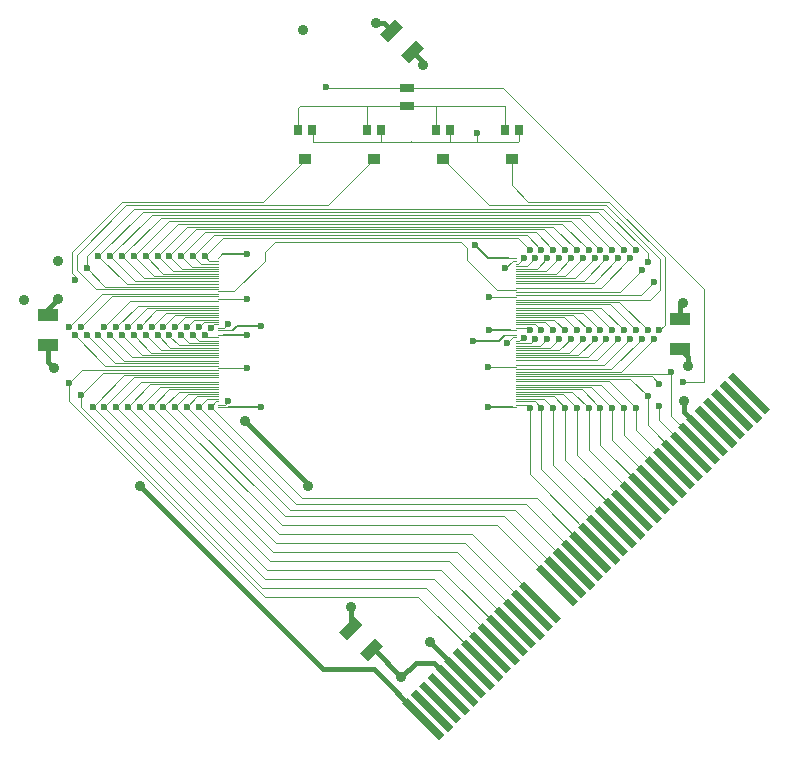
<source format=gtl>
G04 (created by PCBNEW-RS274X (2012-01-19 BZR 3256)-stable) date Wed Aug 28 15:53:45 2013*
G01*
G70*
G90*
%MOIN*%
G04 Gerber Fmt 3.4, Leading zero omitted, Abs format*
%FSLAX34Y34*%
G04 APERTURE LIST*
%ADD10C,0.006000*%
%ADD11R,0.011800X0.004000*%
%ADD12R,0.070900X0.039400*%
%ADD13R,0.039400X0.035400*%
%ADD14R,0.025600X0.035400*%
%ADD15R,0.045000X0.025000*%
%ADD16C,0.023600*%
%ADD17C,0.035000*%
%ADD18C,0.004000*%
%ADD19C,0.016000*%
%ADD20C,0.008000*%
G04 APERTURE END LIST*
G54D10*
G36*
X61397Y-32834D02*
X60158Y-31595D01*
X60327Y-31426D01*
X61566Y-32665D01*
X61397Y-32834D01*
X61397Y-32834D01*
G37*
G36*
X61675Y-32556D02*
X60436Y-31317D01*
X60605Y-31148D01*
X61844Y-32387D01*
X61675Y-32556D01*
X61675Y-32556D01*
G37*
G36*
X65851Y-28380D02*
X64612Y-27141D01*
X64781Y-26972D01*
X66020Y-28211D01*
X65851Y-28380D01*
X65851Y-28380D01*
G37*
G36*
X65573Y-28658D02*
X64334Y-27419D01*
X64503Y-27250D01*
X65742Y-28489D01*
X65573Y-28658D01*
X65573Y-28658D01*
G37*
G36*
X65295Y-28936D02*
X64056Y-27697D01*
X64225Y-27528D01*
X65464Y-28767D01*
X65295Y-28936D01*
X65295Y-28936D01*
G37*
G36*
X65016Y-29215D02*
X63777Y-27976D01*
X63946Y-27807D01*
X65185Y-29046D01*
X65016Y-29215D01*
X65016Y-29215D01*
G37*
G36*
X64738Y-29493D02*
X63499Y-28254D01*
X63668Y-28085D01*
X64907Y-29324D01*
X64738Y-29493D01*
X64738Y-29493D01*
G37*
G36*
X64180Y-30051D02*
X62941Y-28812D01*
X63110Y-28643D01*
X64349Y-29882D01*
X64180Y-30051D01*
X64180Y-30051D01*
G37*
G36*
X63903Y-30328D02*
X62664Y-29089D01*
X62833Y-28920D01*
X64072Y-30159D01*
X63903Y-30328D01*
X63903Y-30328D01*
G37*
G36*
X63624Y-30607D02*
X62385Y-29368D01*
X62554Y-29199D01*
X63793Y-30438D01*
X63624Y-30607D01*
X63624Y-30607D01*
G37*
G36*
X63345Y-30886D02*
X62106Y-29647D01*
X62275Y-29478D01*
X63514Y-30717D01*
X63345Y-30886D01*
X63345Y-30886D01*
G37*
G36*
X63067Y-31164D02*
X61828Y-29925D01*
X61997Y-29756D01*
X63236Y-30995D01*
X63067Y-31164D01*
X63067Y-31164D01*
G37*
G36*
X69470Y-24761D02*
X68231Y-23522D01*
X68400Y-23353D01*
X69639Y-24592D01*
X69470Y-24761D01*
X69470Y-24761D01*
G37*
G36*
X62789Y-31442D02*
X61550Y-30203D01*
X61719Y-30034D01*
X62958Y-31273D01*
X62789Y-31442D01*
X62789Y-31442D01*
G37*
G36*
X62510Y-31721D02*
X61271Y-30482D01*
X61440Y-30313D01*
X62679Y-31552D01*
X62510Y-31721D01*
X62510Y-31721D01*
G37*
G36*
X62232Y-31999D02*
X60993Y-30760D01*
X61162Y-30591D01*
X62401Y-31830D01*
X62232Y-31999D01*
X62232Y-31999D01*
G37*
G36*
X69192Y-25039D02*
X67953Y-23800D01*
X68122Y-23631D01*
X69361Y-24870D01*
X69192Y-25039D01*
X69192Y-25039D01*
G37*
G36*
X68913Y-25318D02*
X67674Y-24079D01*
X67843Y-23910D01*
X69082Y-25149D01*
X68913Y-25318D01*
X68913Y-25318D01*
G37*
G36*
X68635Y-25596D02*
X67396Y-24357D01*
X67565Y-24188D01*
X68804Y-25427D01*
X68635Y-25596D01*
X68635Y-25596D01*
G37*
G36*
X68357Y-25874D02*
X67118Y-24635D01*
X67287Y-24466D01*
X68526Y-25705D01*
X68357Y-25874D01*
X68357Y-25874D01*
G37*
G36*
X68078Y-26153D02*
X66839Y-24914D01*
X67008Y-24745D01*
X68247Y-25984D01*
X68078Y-26153D01*
X68078Y-26153D01*
G37*
G36*
X67800Y-26431D02*
X66561Y-25192D01*
X66730Y-25023D01*
X67969Y-26262D01*
X67800Y-26431D01*
X67800Y-26431D01*
G37*
G36*
X67521Y-26710D02*
X66282Y-25471D01*
X66451Y-25302D01*
X67690Y-26541D01*
X67521Y-26710D01*
X67521Y-26710D01*
G37*
G36*
X67243Y-26988D02*
X66004Y-25749D01*
X66173Y-25580D01*
X67412Y-26819D01*
X67243Y-26988D01*
X67243Y-26988D01*
G37*
G36*
X66964Y-27267D02*
X65725Y-26028D01*
X65894Y-25859D01*
X67133Y-27098D01*
X66964Y-27267D01*
X66964Y-27267D01*
G37*
G36*
X66686Y-27545D02*
X65447Y-26306D01*
X65616Y-26137D01*
X66855Y-27376D01*
X66686Y-27545D01*
X66686Y-27545D01*
G37*
G36*
X66408Y-27823D02*
X65169Y-26584D01*
X65338Y-26415D01*
X66577Y-27654D01*
X66408Y-27823D01*
X66408Y-27823D01*
G37*
G36*
X66130Y-28101D02*
X64891Y-26862D01*
X65060Y-26693D01*
X66299Y-27932D01*
X66130Y-28101D01*
X66130Y-28101D01*
G37*
G36*
X61954Y-32277D02*
X60715Y-31038D01*
X60884Y-30869D01*
X62123Y-32108D01*
X61954Y-32277D01*
X61954Y-32277D01*
G37*
G36*
X71140Y-23091D02*
X69901Y-21852D01*
X70070Y-21683D01*
X71309Y-22922D01*
X71140Y-23091D01*
X71140Y-23091D01*
G37*
G36*
X70305Y-23926D02*
X69066Y-22687D01*
X69235Y-22518D01*
X70474Y-23757D01*
X70305Y-23926D01*
X70305Y-23926D01*
G37*
G36*
X70584Y-23647D02*
X69345Y-22408D01*
X69514Y-22239D01*
X70753Y-23478D01*
X70584Y-23647D01*
X70584Y-23647D01*
G37*
G36*
X70862Y-23369D02*
X69623Y-22130D01*
X69792Y-21961D01*
X71031Y-23200D01*
X70862Y-23369D01*
X70862Y-23369D01*
G37*
G36*
X60284Y-33947D02*
X59045Y-32708D01*
X59214Y-32539D01*
X60453Y-33778D01*
X60284Y-33947D01*
X60284Y-33947D01*
G37*
G36*
X70027Y-24204D02*
X68788Y-22965D01*
X68957Y-22796D01*
X70196Y-24035D01*
X70027Y-24204D01*
X70027Y-24204D01*
G37*
G36*
X69749Y-24482D02*
X68510Y-23243D01*
X68679Y-23074D01*
X69918Y-24313D01*
X69749Y-24482D01*
X69749Y-24482D01*
G37*
G36*
X61119Y-33112D02*
X59880Y-31873D01*
X60049Y-31704D01*
X61288Y-32943D01*
X61119Y-33112D01*
X61119Y-33112D01*
G37*
G36*
X60840Y-33391D02*
X59601Y-32152D01*
X59770Y-31983D01*
X61009Y-33222D01*
X60840Y-33391D01*
X60840Y-33391D01*
G37*
G36*
X60561Y-33670D02*
X59322Y-32431D01*
X59491Y-32262D01*
X60730Y-33501D01*
X60561Y-33670D01*
X60561Y-33670D01*
G37*
G54D11*
X62845Y-20446D03*
X62845Y-20525D03*
X62845Y-20643D03*
X62845Y-20722D03*
X62845Y-20800D03*
X62845Y-20879D03*
X62846Y-20958D03*
X62845Y-21037D03*
X62845Y-21115D03*
X62845Y-21194D03*
X62845Y-21274D03*
X62845Y-21430D03*
X62845Y-21509D03*
X62845Y-21588D03*
X62845Y-21666D03*
X62845Y-21745D03*
X62845Y-21824D03*
X62845Y-21903D03*
X62845Y-21981D03*
X62845Y-22100D03*
X62845Y-22178D03*
X62845Y-22257D03*
X62846Y-22336D03*
X62845Y-22415D03*
X62845Y-22493D03*
X62845Y-22572D03*
X62845Y-22651D03*
X62845Y-22769D03*
X62845Y-22848D03*
X62845Y-17887D03*
X62845Y-17966D03*
X62845Y-18084D03*
X62845Y-18163D03*
X62845Y-18241D03*
X62845Y-18320D03*
X62845Y-18398D03*
X62845Y-18478D03*
X62845Y-18556D03*
X62845Y-18635D03*
X62845Y-18714D03*
X62845Y-18871D03*
X62845Y-18950D03*
X62845Y-19029D03*
X62845Y-19107D03*
X62845Y-19186D03*
X62845Y-19265D03*
X62845Y-19344D03*
X62845Y-19422D03*
X62845Y-19541D03*
X62845Y-19619D03*
X62845Y-19698D03*
X62846Y-19777D03*
X62845Y-19855D03*
X62845Y-19934D03*
X62845Y-20013D03*
X62845Y-20091D03*
X62845Y-20210D03*
X62845Y-20289D03*
X52910Y-22844D03*
X52910Y-22765D03*
X52910Y-22647D03*
X52910Y-22568D03*
X52910Y-22489D03*
X52910Y-22411D03*
X52910Y-22332D03*
X52910Y-22253D03*
X52910Y-22174D03*
X52910Y-22096D03*
X52910Y-22017D03*
X52910Y-21859D03*
X52910Y-21781D03*
X52910Y-21702D03*
X52910Y-21623D03*
X52910Y-21545D03*
X52910Y-21466D03*
X52910Y-21387D03*
X52910Y-21308D03*
X52910Y-21190D03*
X52910Y-21111D03*
X52910Y-21033D03*
X52910Y-20954D03*
X52910Y-20875D03*
X52910Y-20796D03*
X52910Y-20718D03*
X52910Y-20639D03*
X52910Y-20521D03*
X52910Y-20442D03*
X52910Y-20293D03*
X52910Y-20214D03*
X52910Y-20096D03*
X52910Y-20017D03*
X52910Y-19938D03*
X52910Y-19859D03*
X52910Y-19781D03*
X52910Y-19702D03*
X52910Y-19623D03*
X52910Y-19545D03*
X52910Y-19466D03*
X52910Y-19308D03*
X52910Y-19230D03*
X52910Y-19151D03*
X52910Y-19072D03*
X52910Y-18993D03*
X52910Y-18915D03*
X52910Y-18836D03*
X52910Y-18757D03*
X52910Y-18639D03*
X52910Y-18560D03*
X52910Y-18482D03*
X52910Y-18403D03*
X52910Y-18324D03*
X52910Y-18245D03*
X52910Y-18167D03*
X52910Y-18088D03*
X52910Y-17970D03*
X52910Y-17891D03*
G54D12*
X47244Y-20768D03*
X47244Y-19784D03*
G54D10*
G36*
X58415Y-30812D02*
X57914Y-31313D01*
X57635Y-31034D01*
X58136Y-30533D01*
X58415Y-30812D01*
X58415Y-30812D01*
G37*
G36*
X57719Y-30116D02*
X57218Y-30617D01*
X56939Y-30338D01*
X57440Y-29837D01*
X57719Y-30116D01*
X57719Y-30116D01*
G37*
G36*
X59766Y-10883D02*
X59265Y-11384D01*
X58986Y-11105D01*
X59487Y-10604D01*
X59766Y-10883D01*
X59766Y-10883D01*
G37*
G36*
X59070Y-10187D02*
X58569Y-10688D01*
X58290Y-10409D01*
X58791Y-09908D01*
X59070Y-10187D01*
X59070Y-10187D01*
G37*
G54D12*
X68307Y-19921D03*
X68307Y-20905D03*
G54D13*
X55800Y-14592D03*
G54D14*
X56026Y-13608D03*
X55574Y-13608D03*
G54D13*
X58100Y-14592D03*
G54D14*
X58326Y-13608D03*
X57874Y-13608D03*
G54D13*
X60400Y-14592D03*
G54D14*
X60626Y-13608D03*
X60174Y-13608D03*
G54D13*
X62700Y-14592D03*
G54D14*
X62926Y-13608D03*
X62474Y-13608D03*
G54D15*
X59200Y-12800D03*
X59200Y-12200D03*
G54D16*
X67224Y-20295D03*
X48524Y-18209D03*
X48524Y-20453D03*
X67224Y-22480D03*
X67224Y-18012D03*
X48917Y-20453D03*
X48917Y-17815D03*
X66831Y-22874D03*
X66831Y-17618D03*
X66831Y-20295D03*
X68400Y-22000D03*
X67618Y-22800D03*
X56511Y-12189D03*
X48130Y-20453D03*
X48130Y-18602D03*
X67618Y-20295D03*
X67618Y-22087D03*
X49311Y-17815D03*
X49311Y-20453D03*
X66437Y-20295D03*
X66437Y-17618D03*
X66437Y-22874D03*
X65846Y-17894D03*
X65846Y-20571D03*
X49902Y-20177D03*
X49902Y-22835D03*
X65059Y-17894D03*
X65059Y-20571D03*
X50689Y-20177D03*
X50689Y-22835D03*
G54D17*
X58169Y-10059D03*
X55748Y-10295D03*
G54D16*
X53878Y-17756D03*
X53858Y-20433D03*
X61909Y-22854D03*
X61550Y-13700D03*
X61929Y-20295D03*
G54D17*
X68445Y-22657D03*
X68583Y-21476D03*
X57343Y-29528D03*
X47559Y-19252D03*
G54D16*
X63878Y-17894D03*
X63878Y-20571D03*
X51870Y-20177D03*
X51870Y-22835D03*
X64272Y-17894D03*
X64272Y-20571D03*
X51476Y-20177D03*
X51476Y-22835D03*
X63287Y-20295D03*
X63287Y-22874D03*
X52461Y-20453D03*
X52461Y-17815D03*
X63287Y-17618D03*
X63091Y-17894D03*
X63091Y-20531D03*
X52657Y-22835D03*
X52657Y-20217D03*
X65453Y-20571D03*
X50295Y-20177D03*
X50295Y-22835D03*
X65453Y-17894D03*
X48720Y-22835D03*
X66634Y-20571D03*
X49114Y-22835D03*
X49114Y-20177D03*
X66634Y-17894D03*
X68012Y-21693D03*
X53858Y-21535D03*
X53858Y-19232D03*
X61929Y-19193D03*
X61909Y-21516D03*
X48327Y-20177D03*
X48327Y-22441D03*
X67028Y-20571D03*
X67028Y-18287D03*
X47933Y-20177D03*
X47933Y-22047D03*
X67421Y-20571D03*
X67421Y-18681D03*
X63484Y-17894D03*
X63484Y-20571D03*
X52264Y-20177D03*
X52264Y-22835D03*
X65256Y-20295D03*
X65256Y-22874D03*
X50492Y-17815D03*
X50492Y-20453D03*
X65256Y-17618D03*
X65650Y-20295D03*
X65650Y-22874D03*
X50098Y-20453D03*
X50098Y-17815D03*
X65650Y-17618D03*
X66043Y-20295D03*
X66043Y-22874D03*
X49705Y-17815D03*
X49705Y-20453D03*
X66043Y-17618D03*
X64469Y-20295D03*
X64469Y-22874D03*
X51280Y-17815D03*
X51280Y-20453D03*
X64469Y-17618D03*
X64862Y-20295D03*
X64862Y-22874D03*
X50886Y-20453D03*
X50886Y-17815D03*
X64862Y-17618D03*
X63681Y-20295D03*
X63681Y-22874D03*
X52067Y-17815D03*
X52067Y-20453D03*
X63681Y-17618D03*
X64075Y-20295D03*
X64075Y-22874D03*
X51673Y-17815D03*
X51673Y-20453D03*
X64075Y-17618D03*
X64665Y-17894D03*
X64665Y-20571D03*
X51083Y-20177D03*
X51083Y-22835D03*
X61476Y-17461D03*
G54D17*
X46437Y-19272D03*
X47421Y-21535D03*
X59016Y-31850D03*
G54D16*
X54331Y-22835D03*
X54331Y-20157D03*
X61417Y-20630D03*
G54D17*
X53800Y-23300D03*
X55906Y-25492D03*
X50295Y-25492D03*
X47579Y-17972D03*
X68386Y-19370D03*
X59724Y-11457D03*
G54D16*
X53248Y-22638D03*
X53248Y-20079D03*
X62539Y-20728D03*
X62480Y-18209D03*
G54D17*
X59961Y-30689D03*
G54D16*
X66240Y-20571D03*
X49508Y-20177D03*
X49508Y-22835D03*
X66240Y-17894D03*
G54D18*
X62845Y-19344D02*
X66273Y-19344D01*
X49151Y-18836D02*
X48524Y-18209D01*
X52910Y-18836D02*
X49151Y-18836D01*
X49458Y-21387D02*
X52910Y-21387D01*
X49458Y-21387D02*
X48524Y-20453D01*
X66647Y-21903D02*
X62845Y-21903D01*
X66273Y-19344D02*
X67224Y-20295D01*
X48524Y-17815D02*
X48524Y-18209D01*
X50099Y-16240D02*
X48524Y-17815D01*
X65748Y-16240D02*
X50099Y-16240D01*
X67224Y-17716D02*
X65748Y-16240D01*
X67224Y-18012D02*
X67224Y-17716D01*
X67224Y-22480D02*
X67224Y-23460D01*
X67224Y-23460D02*
X68378Y-24614D01*
X66647Y-21903D02*
X67224Y-22480D01*
X62845Y-19422D02*
X65958Y-19422D01*
X49859Y-18757D02*
X52910Y-18757D01*
X49859Y-18757D02*
X48917Y-17815D01*
X52910Y-21308D02*
X49772Y-21308D01*
X49772Y-21308D02*
X48917Y-20453D01*
X65938Y-21981D02*
X62845Y-21981D01*
X65938Y-21981D02*
X66831Y-22874D01*
X66831Y-23623D02*
X68100Y-24892D01*
X66831Y-22874D02*
X66831Y-23623D01*
X66831Y-17618D02*
X65552Y-16339D01*
X65552Y-16339D02*
X50393Y-16339D01*
X50393Y-16339D02*
X48917Y-17815D01*
X65958Y-19422D02*
X66831Y-20295D01*
X68400Y-22000D02*
X69100Y-22000D01*
X69100Y-22000D02*
X69100Y-19600D01*
X69100Y-19600D02*
X69100Y-18900D01*
X69100Y-18900D02*
X62400Y-12200D01*
X59200Y-12200D02*
X62400Y-12200D01*
X59200Y-12200D02*
X56522Y-12200D01*
X56522Y-12200D02*
X56511Y-12189D01*
X67618Y-22800D02*
X67618Y-23296D01*
X67618Y-23296D02*
X68657Y-24335D01*
X55800Y-14592D02*
X55800Y-14617D01*
X48130Y-18480D02*
X48025Y-18375D01*
X48025Y-18375D02*
X48025Y-17675D01*
X48025Y-17675D02*
X49700Y-16000D01*
X49700Y-16000D02*
X54417Y-16000D01*
X49143Y-21466D02*
X52910Y-21466D01*
X49143Y-21466D02*
X48130Y-20453D01*
X48130Y-18602D02*
X48130Y-18480D01*
X55800Y-14617D02*
X54417Y-16000D01*
X48850Y-18915D02*
X48840Y-18915D01*
X56567Y-16125D02*
X58100Y-14592D01*
X49850Y-16125D02*
X56567Y-16125D01*
X48200Y-17775D02*
X49850Y-16125D01*
X48200Y-18275D02*
X48200Y-17775D01*
X48840Y-18915D02*
X48200Y-18275D01*
X52910Y-18915D02*
X48850Y-18915D01*
X67625Y-18950D02*
X67625Y-17900D01*
X61933Y-16125D02*
X60400Y-14592D01*
X67310Y-19265D02*
X67625Y-18950D01*
X66575Y-19265D02*
X67310Y-19265D01*
X66575Y-19265D02*
X62845Y-19265D01*
X66588Y-19265D02*
X66575Y-19265D01*
X65850Y-16125D02*
X61933Y-16125D01*
X67625Y-17900D02*
X65850Y-16125D01*
X67355Y-21824D02*
X67618Y-22087D01*
X62845Y-21824D02*
X67355Y-21824D01*
X62700Y-15456D02*
X63244Y-16000D01*
X63244Y-16000D02*
X65950Y-16000D01*
X65950Y-16000D02*
X67800Y-17850D01*
X67800Y-17850D02*
X67800Y-20113D01*
X67800Y-20113D02*
X67618Y-20295D01*
X62700Y-14592D02*
X62700Y-15456D01*
X57874Y-13608D02*
X57874Y-12800D01*
X57874Y-12800D02*
X57900Y-12800D01*
X55574Y-13608D02*
X55574Y-12874D01*
X55648Y-12800D02*
X57900Y-12800D01*
X57900Y-12800D02*
X59200Y-12800D01*
X55574Y-12874D02*
X55648Y-12800D01*
X60174Y-13608D02*
X60174Y-12800D01*
X60174Y-12800D02*
X60200Y-12800D01*
X62474Y-13608D02*
X62474Y-12826D01*
X62448Y-12800D02*
X60200Y-12800D01*
X60200Y-12800D02*
X59200Y-12800D01*
X62474Y-12826D02*
X62448Y-12800D01*
X50048Y-21190D02*
X49311Y-20453D01*
X52910Y-21190D02*
X50048Y-21190D01*
X50135Y-18639D02*
X49311Y-17815D01*
X50135Y-18639D02*
X52910Y-18639D01*
X62845Y-19541D02*
X65683Y-19541D01*
X65683Y-19541D02*
X66437Y-20295D01*
X50689Y-16437D02*
X49311Y-17815D01*
X65256Y-16437D02*
X50689Y-16437D01*
X66437Y-17618D02*
X65256Y-16437D01*
X66437Y-22874D02*
X66437Y-23785D01*
X66437Y-23785D02*
X67822Y-25170D01*
X65663Y-22100D02*
X66437Y-22874D01*
X65663Y-22100D02*
X62845Y-22100D01*
X65223Y-21194D02*
X65846Y-20571D01*
X62845Y-21194D02*
X65223Y-21194D01*
X65105Y-18635D02*
X65846Y-17894D01*
X65105Y-18635D02*
X62845Y-18635D01*
X50534Y-19545D02*
X49902Y-20177D01*
X50534Y-19545D02*
X52910Y-19545D01*
X52910Y-22096D02*
X50641Y-22096D01*
X50641Y-22096D02*
X49902Y-22835D01*
X49902Y-22835D02*
X54740Y-27673D01*
X60859Y-27673D02*
X63089Y-29903D01*
X54740Y-27673D02*
X60859Y-27673D01*
X64593Y-21037D02*
X65059Y-20571D01*
X62845Y-21037D02*
X64593Y-21037D01*
X64475Y-18478D02*
X65059Y-17894D01*
X64475Y-18478D02*
X62845Y-18478D01*
X51164Y-19702D02*
X50689Y-20177D01*
X51164Y-19702D02*
X52910Y-19702D01*
X52910Y-22253D02*
X51271Y-22253D01*
X51271Y-22253D02*
X50689Y-22835D01*
X50689Y-22835D02*
X54930Y-27076D01*
X61374Y-27076D02*
X63645Y-29347D01*
X54930Y-27076D02*
X61374Y-27076D01*
X61550Y-14000D02*
X61550Y-13700D01*
X62926Y-13608D02*
X62926Y-13974D01*
X61550Y-14000D02*
X60600Y-14000D01*
X62900Y-14000D02*
X61550Y-14000D01*
X62926Y-13974D02*
X62900Y-14000D01*
X60626Y-13974D02*
X60626Y-13608D01*
X60600Y-14000D02*
X60626Y-13974D01*
X59325Y-14000D02*
X60600Y-14000D01*
X58300Y-14000D02*
X59325Y-14000D01*
G54D19*
X58441Y-10059D02*
X58169Y-10059D01*
G54D18*
X58326Y-13608D02*
X58326Y-14000D01*
X52910Y-17891D02*
X53045Y-17756D01*
G54D20*
X53045Y-17756D02*
X53878Y-17756D01*
G54D18*
X52910Y-20442D02*
X53062Y-20442D01*
X53849Y-20442D02*
X53858Y-20433D01*
G54D20*
X53062Y-20442D02*
X53849Y-20442D01*
G54D18*
X62845Y-22848D02*
X62723Y-22848D01*
G54D19*
X58680Y-10298D02*
X58441Y-10059D01*
G54D18*
X56052Y-14000D02*
X56052Y-13634D01*
X58300Y-14000D02*
X56052Y-14000D01*
X56052Y-13634D02*
X56026Y-13608D01*
X59325Y-14000D02*
X59325Y-13975D01*
X61915Y-22848D02*
X61909Y-22854D01*
G54D20*
X62723Y-22848D02*
X61915Y-22848D01*
G54D18*
X62845Y-20289D02*
X62683Y-20289D01*
X61935Y-20289D02*
X61929Y-20295D01*
G54D20*
X62683Y-20289D02*
X61935Y-20289D01*
G54D18*
X58326Y-14000D02*
X58300Y-14000D01*
G54D19*
X68445Y-23009D02*
X68445Y-22657D01*
X69214Y-23778D02*
X68445Y-23009D01*
X68583Y-21181D02*
X68583Y-21476D01*
X68307Y-20905D02*
X68583Y-21181D01*
X57329Y-29542D02*
X57343Y-29528D01*
X57329Y-30227D02*
X57329Y-29542D01*
X47244Y-19567D02*
X47559Y-19252D01*
X47244Y-19784D02*
X47244Y-19567D01*
G54D18*
X63649Y-20800D02*
X63878Y-20571D01*
X62845Y-20800D02*
X63649Y-20800D01*
X63531Y-18241D02*
X63878Y-17894D01*
X63531Y-18241D02*
X62845Y-18241D01*
X52109Y-19938D02*
X51870Y-20177D01*
X52109Y-19938D02*
X52910Y-19938D01*
X52910Y-22489D02*
X52216Y-22489D01*
X52216Y-22489D02*
X51870Y-22835D01*
X51870Y-22835D02*
X55316Y-26281D01*
X62809Y-26281D02*
X64760Y-28232D01*
X55316Y-26281D02*
X62809Y-26281D01*
X63964Y-20879D02*
X64272Y-20571D01*
X62845Y-20879D02*
X63964Y-20879D01*
X63846Y-18320D02*
X64272Y-17894D01*
X63846Y-18320D02*
X62845Y-18320D01*
X51794Y-19859D02*
X51476Y-20177D01*
X51794Y-19859D02*
X52910Y-19859D01*
X52910Y-22411D02*
X51900Y-22411D01*
X51900Y-22411D02*
X51476Y-22835D01*
X51476Y-22835D02*
X55121Y-26480D01*
X62450Y-26480D02*
X64481Y-28511D01*
X55121Y-26480D02*
X62450Y-26480D01*
X62845Y-20210D02*
X63202Y-20210D01*
X63182Y-22769D02*
X63287Y-22874D01*
X63182Y-22769D02*
X62845Y-22769D01*
X52529Y-20521D02*
X52910Y-20521D01*
X52529Y-20521D02*
X52461Y-20453D01*
X52910Y-17970D02*
X52616Y-17970D01*
X52616Y-17970D02*
X52461Y-17815D01*
X53052Y-17224D02*
X52461Y-17815D01*
X62893Y-17224D02*
X53052Y-17224D01*
X63287Y-17618D02*
X62893Y-17224D01*
X63287Y-22874D02*
X63287Y-25089D01*
X63287Y-25089D02*
X65595Y-27397D01*
X63202Y-20210D02*
X63287Y-20295D01*
X62901Y-18084D02*
X63091Y-17894D01*
X62901Y-18084D02*
X62845Y-18084D01*
X62940Y-20643D02*
X63091Y-20531D01*
X62845Y-20643D02*
X62940Y-20643D01*
X52910Y-22647D02*
X52845Y-22647D01*
X52845Y-22647D02*
X52657Y-22835D01*
X52778Y-20096D02*
X52657Y-20217D01*
X52778Y-20096D02*
X52910Y-20096D01*
X52657Y-22835D02*
X55706Y-25884D01*
X63524Y-25884D02*
X65316Y-27676D01*
X55706Y-25884D02*
X63524Y-25884D01*
X62845Y-21115D02*
X64909Y-21115D01*
X64791Y-18556D02*
X65453Y-17894D01*
X64791Y-18556D02*
X62845Y-18556D01*
X50849Y-19623D02*
X50295Y-20177D01*
X50849Y-19623D02*
X52910Y-19623D01*
X52910Y-22174D02*
X50956Y-22174D01*
X50956Y-22174D02*
X50295Y-22835D01*
X64909Y-21115D02*
X65453Y-20571D01*
X54835Y-27375D02*
X61119Y-27375D01*
X61119Y-27375D02*
X63368Y-29624D01*
X50295Y-22835D02*
X54835Y-27375D01*
X52910Y-21781D02*
X49774Y-21781D01*
X54454Y-28569D02*
X60085Y-28569D01*
X60085Y-28569D02*
X62254Y-30738D01*
X48720Y-22835D02*
X54454Y-28569D01*
X49774Y-21781D02*
X48720Y-22835D01*
X65775Y-21430D02*
X66634Y-20571D01*
X62845Y-21430D02*
X65775Y-21430D01*
X52910Y-21859D02*
X50090Y-21859D01*
X50090Y-21859D02*
X49114Y-22835D01*
X49983Y-19308D02*
X49114Y-20177D01*
X49983Y-19308D02*
X52910Y-19308D01*
X65657Y-18871D02*
X62845Y-18871D01*
X65657Y-18871D02*
X66634Y-17894D01*
X54549Y-28270D02*
X60342Y-28270D01*
X60342Y-28270D02*
X62532Y-30460D01*
X49114Y-22835D02*
X54549Y-28270D01*
X68012Y-23134D02*
X68935Y-24057D01*
X62845Y-21745D02*
X67960Y-21745D01*
X67960Y-21745D02*
X68012Y-21693D01*
X68012Y-21693D02*
X68012Y-23134D01*
X53848Y-21545D02*
X53858Y-21535D01*
X53858Y-19232D02*
X53856Y-19230D01*
X53856Y-19230D02*
X52910Y-19230D01*
X52910Y-21545D02*
X53848Y-21545D01*
X53448Y-18993D02*
X54469Y-17972D01*
X54469Y-17972D02*
X54469Y-17677D01*
X54469Y-17677D02*
X54803Y-17343D01*
X54803Y-17343D02*
X61004Y-17343D01*
X61004Y-17343D02*
X61201Y-17540D01*
X61201Y-17540D02*
X61201Y-17953D01*
X61201Y-17953D02*
X62198Y-18950D01*
X62198Y-18950D02*
X62845Y-18950D01*
X52910Y-18993D02*
X53448Y-18993D01*
X61936Y-19186D02*
X61929Y-19193D01*
X61909Y-21516D02*
X61916Y-21509D01*
X61916Y-21509D02*
X62845Y-21509D01*
X62845Y-19186D02*
X61936Y-19186D01*
X52910Y-19151D02*
X49353Y-19151D01*
X49353Y-19151D02*
X48327Y-20177D01*
X49066Y-21702D02*
X48327Y-22441D01*
X49066Y-21702D02*
X52910Y-21702D01*
X66011Y-21588D02*
X67028Y-20571D01*
X62845Y-21588D02*
X66011Y-21588D01*
X66286Y-19029D02*
X67028Y-18287D01*
X66286Y-19029D02*
X62845Y-19029D01*
X48327Y-22441D02*
X48327Y-22835D01*
X59825Y-28867D02*
X61975Y-31017D01*
X54359Y-28867D02*
X59825Y-28867D01*
X48327Y-22835D02*
X54359Y-28867D01*
X52910Y-19072D02*
X49038Y-19072D01*
X49038Y-19072D02*
X47933Y-20177D01*
X48357Y-21623D02*
X47933Y-22047D01*
X48357Y-21623D02*
X52910Y-21623D01*
X66326Y-21666D02*
X67421Y-20571D01*
X62845Y-21666D02*
X66326Y-21666D01*
X66995Y-19107D02*
X67421Y-18681D01*
X66995Y-19107D02*
X62845Y-19107D01*
X47933Y-22047D02*
X47933Y-22638D01*
X59567Y-29165D02*
X61697Y-31295D01*
X54460Y-29165D02*
X59567Y-29165D01*
X47933Y-22638D02*
X54460Y-29165D01*
X63215Y-18163D02*
X62845Y-18163D01*
X63215Y-18163D02*
X63484Y-17894D01*
X63333Y-20722D02*
X63484Y-20571D01*
X62845Y-20722D02*
X63333Y-20722D01*
X52424Y-20017D02*
X52264Y-20177D01*
X52424Y-20017D02*
X52910Y-20017D01*
X52910Y-22568D02*
X52531Y-22568D01*
X52531Y-22568D02*
X52264Y-22835D01*
X52264Y-22835D02*
X55512Y-26083D01*
X63167Y-26083D02*
X65038Y-27954D01*
X55512Y-26083D02*
X63167Y-26083D01*
X62846Y-19777D02*
X64738Y-19777D01*
X64718Y-22336D02*
X65256Y-22874D01*
X64718Y-22336D02*
X62846Y-22336D01*
X52910Y-20954D02*
X50993Y-20954D01*
X50993Y-20954D02*
X50492Y-20453D01*
X51080Y-18403D02*
X50492Y-17815D01*
X51080Y-18403D02*
X52910Y-18403D01*
X51575Y-16732D02*
X50492Y-17815D01*
X64370Y-16732D02*
X51575Y-16732D01*
X65256Y-17618D02*
X64370Y-16732D01*
X65256Y-22874D02*
X65256Y-24276D01*
X65256Y-24276D02*
X66986Y-26006D01*
X64738Y-19777D02*
X65256Y-20295D01*
X62845Y-19698D02*
X65053Y-19698D01*
X65033Y-22257D02*
X65650Y-22874D01*
X65033Y-22257D02*
X62845Y-22257D01*
X50678Y-21033D02*
X50098Y-20453D01*
X50678Y-21033D02*
X52910Y-21033D01*
X52910Y-18482D02*
X50765Y-18482D01*
X50765Y-18482D02*
X50098Y-17815D01*
X51279Y-16634D02*
X50098Y-17815D01*
X64666Y-16634D02*
X51279Y-16634D01*
X65650Y-17618D02*
X64666Y-16634D01*
X65650Y-22874D02*
X65650Y-24112D01*
X65650Y-24112D02*
X67265Y-25727D01*
X65053Y-19698D02*
X65650Y-20295D01*
X62845Y-19619D02*
X65367Y-19619D01*
X65347Y-22178D02*
X66043Y-22874D01*
X65347Y-22178D02*
X62845Y-22178D01*
X52910Y-21111D02*
X50363Y-21111D01*
X50363Y-21111D02*
X49705Y-20453D01*
X50450Y-18560D02*
X49705Y-17815D01*
X50450Y-18560D02*
X52910Y-18560D01*
X50985Y-16535D02*
X49705Y-17815D01*
X64960Y-16535D02*
X50985Y-16535D01*
X66043Y-17618D02*
X64960Y-16535D01*
X66043Y-22874D02*
X66043Y-23949D01*
X66043Y-23949D02*
X67543Y-25449D01*
X65367Y-19619D02*
X66043Y-20295D01*
X64469Y-22874D02*
X64469Y-24603D01*
X64469Y-24603D02*
X66429Y-26563D01*
X64108Y-19934D02*
X64469Y-20295D01*
X62845Y-19934D02*
X64108Y-19934D01*
X64088Y-22493D02*
X64469Y-22874D01*
X64088Y-22493D02*
X62845Y-22493D01*
X51280Y-20472D02*
X51280Y-20453D01*
X51604Y-20796D02*
X51280Y-20472D01*
X52910Y-20796D02*
X51604Y-20796D01*
X51710Y-18245D02*
X51280Y-17815D01*
X51710Y-18245D02*
X52910Y-18245D01*
X52166Y-16929D02*
X51280Y-17815D01*
X63780Y-16929D02*
X52166Y-16929D01*
X64469Y-17618D02*
X63780Y-16929D01*
X62845Y-19855D02*
X64422Y-19855D01*
X64403Y-22415D02*
X64862Y-22874D01*
X64403Y-22415D02*
X62845Y-22415D01*
X51308Y-20875D02*
X52910Y-20875D01*
X51308Y-20875D02*
X50886Y-20453D01*
X52910Y-18324D02*
X51395Y-18324D01*
X51395Y-18324D02*
X50886Y-17815D01*
X51870Y-16831D02*
X50886Y-17815D01*
X64075Y-16831D02*
X51870Y-16831D01*
X64862Y-17618D02*
X64075Y-16831D01*
X64862Y-22874D02*
X64862Y-24438D01*
X64862Y-24438D02*
X66708Y-26284D01*
X64422Y-19855D02*
X64862Y-20295D01*
X62845Y-20091D02*
X63477Y-20091D01*
X63458Y-22651D02*
X63681Y-22874D01*
X63458Y-22651D02*
X62845Y-22651D01*
X52253Y-20639D02*
X52067Y-20453D01*
X52910Y-20639D02*
X52253Y-20639D01*
X52340Y-18088D02*
X52067Y-17815D01*
X52340Y-18088D02*
X52910Y-18088D01*
X52756Y-17126D02*
X52067Y-17815D01*
X63189Y-17126D02*
X52756Y-17126D01*
X63681Y-17618D02*
X63189Y-17126D01*
X63681Y-22874D02*
X63681Y-24927D01*
X63681Y-24927D02*
X65873Y-27119D01*
X63477Y-20091D02*
X63681Y-20295D01*
X62845Y-20013D02*
X63793Y-20013D01*
X63773Y-22572D02*
X64075Y-22874D01*
X63773Y-22572D02*
X62845Y-22572D01*
X51938Y-20718D02*
X52910Y-20718D01*
X51938Y-20718D02*
X51673Y-20453D01*
X52910Y-18167D02*
X52025Y-18167D01*
X52025Y-18167D02*
X51673Y-17815D01*
X52460Y-17028D02*
X51673Y-17815D01*
X63485Y-17028D02*
X52460Y-17028D01*
X64075Y-17618D02*
X63485Y-17028D01*
X64075Y-22874D02*
X64075Y-24765D01*
X64075Y-24765D02*
X66151Y-26841D01*
X63793Y-20013D02*
X64075Y-20295D01*
X64278Y-20958D02*
X64665Y-20571D01*
X62846Y-20958D02*
X64278Y-20958D01*
X64161Y-18398D02*
X64665Y-17894D01*
X64161Y-18398D02*
X62845Y-18398D01*
X51479Y-19781D02*
X51083Y-20177D01*
X51479Y-19781D02*
X52910Y-19781D01*
X52910Y-22332D02*
X51586Y-22332D01*
X51586Y-22332D02*
X51083Y-22835D01*
X51083Y-22835D02*
X55026Y-26778D01*
X62192Y-26778D02*
X64203Y-28789D01*
X55026Y-26778D02*
X62192Y-26778D01*
G54D20*
X62283Y-20630D02*
X61417Y-20630D01*
X62467Y-20446D02*
X62283Y-20630D01*
G54D18*
X62845Y-17887D02*
X62611Y-17887D01*
G54D20*
X61902Y-17887D02*
X61476Y-17461D01*
X62611Y-17887D02*
X61902Y-17887D01*
G54D19*
X47244Y-20768D02*
X47244Y-21358D01*
X47244Y-21358D02*
X47421Y-21535D01*
X58025Y-30923D02*
X58089Y-30923D01*
X60110Y-31378D02*
X59488Y-31378D01*
X59488Y-31378D02*
X59016Y-31850D01*
X60110Y-31378D02*
X60862Y-32130D01*
X58089Y-30923D02*
X59016Y-31850D01*
G54D20*
X53239Y-22844D02*
X54322Y-22844D01*
G54D18*
X52910Y-22844D02*
X53239Y-22844D01*
X54322Y-22844D02*
X54331Y-22835D01*
X52910Y-20293D02*
X53388Y-20293D01*
G54D20*
X53524Y-20157D02*
X54331Y-20157D01*
X53388Y-20293D02*
X53524Y-20157D01*
G54D18*
X62845Y-20446D02*
X62467Y-20446D01*
X55906Y-25492D02*
X55906Y-25406D01*
G54D19*
X55906Y-25406D02*
X53800Y-23300D01*
X50295Y-25492D02*
X56397Y-31594D01*
X56397Y-31594D02*
X58100Y-31594D01*
X58100Y-31594D02*
X59749Y-33243D01*
X68307Y-19921D02*
X68307Y-19449D01*
X68307Y-19449D02*
X68386Y-19370D01*
X59376Y-10994D02*
X59724Y-11342D01*
X59724Y-11342D02*
X59724Y-11457D01*
G54D18*
X52910Y-22765D02*
X53121Y-22765D01*
X53121Y-22765D02*
X53248Y-22638D01*
X52910Y-20214D02*
X53113Y-20214D01*
X53113Y-20214D02*
X53248Y-20079D01*
X62845Y-20525D02*
X62742Y-20525D01*
X62742Y-20525D02*
X62539Y-20728D01*
X62845Y-17966D02*
X62723Y-17966D01*
X62723Y-17966D02*
X62480Y-18209D01*
G54D19*
X61140Y-31852D02*
X59977Y-30689D01*
X59977Y-30689D02*
X59961Y-30689D01*
G54D18*
X62845Y-21274D02*
X65537Y-21274D01*
X65420Y-18714D02*
X66240Y-17894D01*
X65420Y-18714D02*
X62845Y-18714D01*
X50219Y-19466D02*
X49508Y-20177D01*
X50219Y-19466D02*
X52910Y-19466D01*
X52910Y-22017D02*
X50326Y-22017D01*
X50326Y-22017D02*
X49508Y-22835D01*
X65537Y-21274D02*
X66240Y-20571D01*
X54645Y-27972D02*
X60600Y-27972D01*
X60600Y-27972D02*
X62810Y-30182D01*
X49508Y-22835D02*
X54645Y-27972D01*
M02*

</source>
